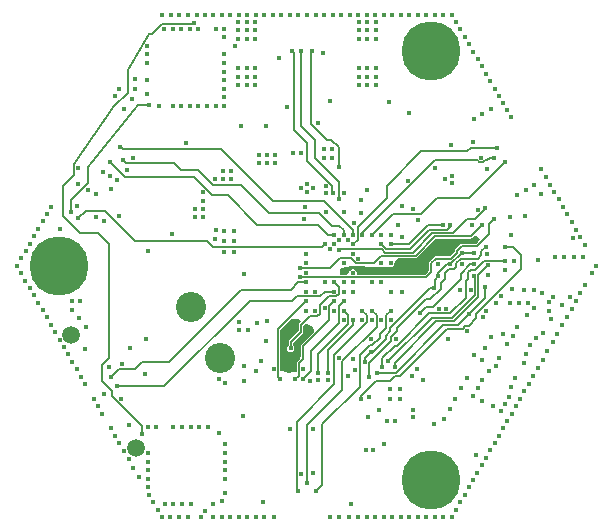
<source format=gbr>
%TF.GenerationSoftware,KiCad,Pcbnew,9.0.5*%
%TF.CreationDate,2025-10-19T17:26:29+02:00*%
%TF.ProjectId,PCB_PAPI,5043425f-5041-4504-992e-6b696361645f,rev?*%
%TF.SameCoordinates,Original*%
%TF.FileFunction,Copper,L3,Inr*%
%TF.FilePolarity,Positive*%
%FSLAX46Y46*%
G04 Gerber Fmt 4.6, Leading zero omitted, Abs format (unit mm)*
G04 Created by KiCad (PCBNEW 9.0.5) date 2025-10-19 17:26:29*
%MOMM*%
%LPD*%
G01*
G04 APERTURE LIST*
%TA.AperFunction,ComponentPad*%
%ADD10C,0.800000*%
%TD*%
%TA.AperFunction,ComponentPad*%
%ADD11C,5.000000*%
%TD*%
%TA.AperFunction,ComponentPad*%
%ADD12C,2.550000*%
%TD*%
%TA.AperFunction,ComponentPad*%
%ADD13C,1.500000*%
%TD*%
%TA.AperFunction,ViaPad*%
%ADD14C,0.400000*%
%TD*%
%TA.AperFunction,Conductor*%
%ADD15C,0.160000*%
%TD*%
G04 APERTURE END LIST*
D10*
%TO.N,GND*%
%TO.C,H1*%
X137625000Y-101186533D03*
X138174175Y-99860708D03*
X138174175Y-102512358D03*
X139500000Y-99311533D03*
D11*
X139500000Y-101186533D03*
D10*
X139500000Y-103061533D03*
X140825825Y-99860708D03*
X140825825Y-102512358D03*
X141375000Y-101186533D03*
%TD*%
%TO.N,GND*%
%TO.C,H3*%
X137625000Y-64813467D03*
X138174175Y-63487642D03*
X138174175Y-66139292D03*
X139500000Y-62938467D03*
D11*
X139500000Y-64813467D03*
D10*
X139500000Y-66688467D03*
X140825825Y-63487642D03*
X140825825Y-66139292D03*
X141375000Y-64813467D03*
%TD*%
%TO.N,GND*%
%TO.C,H2*%
X106125000Y-83000000D03*
X106674175Y-81674175D03*
X106674175Y-84325825D03*
X108000000Y-81125000D03*
D11*
X108000000Y-83000000D03*
D10*
X108000000Y-84875000D03*
X109325825Y-81674175D03*
X109325825Y-84325825D03*
X109875000Y-83000000D03*
%TD*%
D12*
%TO.N,VBAT+*%
%TO.C,J3*%
X119173647Y-86476918D03*
%TO.N,GND*%
X121673647Y-90807046D03*
D13*
X114513393Y-98405122D03*
X109013393Y-88878842D03*
%TD*%
D14*
%TO.N,GND*%
X133300000Y-82410000D03*
X131120000Y-73860000D03*
X130450000Y-73880000D03*
X130910000Y-81630000D03*
X132470000Y-80820000D03*
X137550000Y-75790000D03*
%TO.N,+3.3V*%
X128500000Y-73490000D03*
X127800000Y-73490000D03*
%TO.N,GND*%
X115580000Y-81760000D03*
X117570000Y-80310000D03*
X111810000Y-93830000D03*
X113290000Y-94250000D03*
X115304955Y-92164248D03*
%TO.N,Net-(U1-BOOT0)*%
X125130000Y-91100000D03*
%TO.N,GND*%
X135890000Y-91090000D03*
X135800000Y-96140000D03*
X139740000Y-96420000D03*
X143830000Y-94450000D03*
X144710000Y-94890000D03*
X145420000Y-95270000D03*
X143060000Y-94000000D03*
X143470000Y-93350000D03*
X143850000Y-92710000D03*
X144420000Y-91920000D03*
X144970000Y-91490000D03*
X146300000Y-93290000D03*
X146070000Y-94150000D03*
X145730000Y-94680000D03*
X138840000Y-92690000D03*
X138300000Y-91710000D03*
X140970000Y-89180000D03*
X139870000Y-74730000D03*
X141200000Y-72760000D03*
X144080000Y-78130000D03*
X143080000Y-72520000D03*
X126630000Y-65380000D03*
X130360000Y-64990000D03*
X114480000Y-68040000D03*
X109640000Y-74760000D03*
X112450000Y-76480000D03*
X123275000Y-88450000D03*
X123275000Y-87750000D03*
X123975000Y-88450000D03*
X128990000Y-88470000D03*
X127000000Y-88720000D03*
X127570000Y-87950000D03*
X125620000Y-87700000D03*
X128760000Y-79060000D03*
X128850000Y-78060000D03*
X133000000Y-79390000D03*
X136700000Y-79540000D03*
X137040000Y-80550000D03*
X137270000Y-82740000D03*
X136780000Y-83530000D03*
X137050000Y-85240000D03*
X139740000Y-84920000D03*
X144042500Y-84800000D03*
X151270000Y-85640000D03*
X150560000Y-86290000D03*
X149860000Y-85670000D03*
X147490000Y-78810000D03*
X138420000Y-79110000D03*
X130600000Y-76230000D03*
X130450000Y-73140000D03*
X131110000Y-73150000D03*
X111800000Y-79200000D03*
X125625000Y-73600000D03*
X126114000Y-61750808D03*
X123400000Y-71200000D03*
X142120000Y-80900000D03*
X148850000Y-74850000D03*
X133050000Y-91860000D03*
X117690000Y-103205000D03*
X133410000Y-67005000D03*
X143075000Y-101143648D03*
X139102000Y-104270000D03*
X144970000Y-86150000D03*
X133593705Y-77407982D03*
X109500000Y-91764593D03*
X149218000Y-75506756D03*
X123630000Y-92770000D03*
X128690000Y-91740000D03*
X142353000Y-102394189D03*
X141992000Y-103019459D03*
X137666000Y-61750808D03*
X152150000Y-80600000D03*
X118164000Y-104270000D03*
X113500000Y-69750000D03*
X114750000Y-100850000D03*
X139832000Y-61750808D03*
X133893701Y-91193701D03*
X106983000Y-78632299D03*
X144886000Y-68003512D03*
X123948000Y-61750808D03*
X151800000Y-79950000D03*
X140120000Y-83900000D03*
X117450000Y-61750808D03*
X122504000Y-61750808D03*
X129724000Y-61750808D03*
X146390000Y-85000000D03*
X133410000Y-62375000D03*
X124590000Y-67005000D03*
X110944000Y-94265674D03*
X133410000Y-63075000D03*
X116965000Y-103205000D03*
X141637000Y-62376079D03*
X146750000Y-88200000D03*
X146950000Y-86150000D03*
X144519000Y-98642567D03*
X120590000Y-96680000D03*
X120540000Y-69470000D03*
X146450000Y-88950000D03*
X130650000Y-76850000D03*
X121052000Y-104270000D03*
X147550000Y-90450000D03*
X123890000Y-63075000D03*
X147407000Y-93640404D03*
X111666000Y-95516215D03*
X118415000Y-96680000D03*
X149450000Y-86100000D03*
X137900000Y-92375000D03*
X143436000Y-100518378D03*
X134810000Y-63775000D03*
X136222000Y-61750808D03*
X123226000Y-61750808D03*
X123190000Y-67705000D03*
X117640000Y-62945000D03*
X148560000Y-82480000D03*
X135300000Y-87600000D03*
X147750000Y-86150000D03*
X142550000Y-88500000D03*
X133700000Y-87600000D03*
X134110000Y-63075000D03*
X148250000Y-76200000D03*
X145963000Y-96141485D03*
X146650000Y-92500000D03*
X124670000Y-61750808D03*
X146550000Y-82642500D03*
X121782000Y-61750808D03*
X121265000Y-62945000D03*
X129900000Y-70950000D03*
X150301000Y-77382567D03*
X117640000Y-69470000D03*
X133334000Y-61750808D03*
X128280000Y-61750808D03*
X129525000Y-96800000D03*
X153450000Y-83000000D03*
X118750000Y-72600000D03*
X148900000Y-85350000D03*
X116915000Y-62945000D03*
X127530000Y-90690000D03*
X124662000Y-104270000D03*
X122850000Y-81800000D03*
X142120000Y-82900000D03*
X127600000Y-96800000D03*
X104817000Y-82383921D03*
X121990000Y-66570000D03*
X135492000Y-104270000D03*
X139824000Y-104270000D03*
X113330000Y-91320000D03*
X136053705Y-94247982D03*
X138014170Y-78200000D03*
X135500000Y-61750808D03*
X121990000Y-68020000D03*
X119090000Y-69470000D03*
X121774000Y-104270000D03*
X125625000Y-74300000D03*
X132612000Y-61750808D03*
X123630000Y-91530000D03*
X134810000Y-62375000D03*
X140120000Y-82900000D03*
X112388000Y-96766756D03*
X148550000Y-91650000D03*
X133588705Y-78527982D03*
X144550000Y-69700000D03*
X121060000Y-61750808D03*
X129002000Y-61750808D03*
X121990000Y-63670000D03*
X115465000Y-67300000D03*
X142714000Y-101768918D03*
X133410000Y-67705000D03*
X147577429Y-76575945D03*
X136936000Y-104270000D03*
X140120000Y-80900000D03*
X111150000Y-76950000D03*
X111305000Y-94890945D03*
X143797000Y-99893107D03*
X151400000Y-86700000D03*
X136853705Y-93447982D03*
X134770000Y-104270000D03*
X129280000Y-92740000D03*
X146324000Y-95516215D03*
X113120000Y-68002704D03*
X119815000Y-69470000D03*
X124590000Y-63075000D03*
X105529000Y-84886619D03*
X132100000Y-84400000D03*
X122850000Y-80950000D03*
X146800000Y-77000000D03*
X134810000Y-67705000D03*
X123890000Y-63775000D03*
X110228769Y-90072037D03*
X113953769Y-96523927D03*
X148150000Y-92350000D03*
X143442000Y-65502430D03*
X115515000Y-98855000D03*
X121040000Y-103210000D03*
X122040000Y-98855000D03*
X125250000Y-103050000D03*
X136853705Y-94247982D03*
X134056000Y-61750808D03*
X114300000Y-100100000D03*
X123890000Y-62375000D03*
X115998000Y-103019459D03*
X143120000Y-80900000D03*
X107695000Y-88638241D03*
X117690000Y-96680000D03*
X121950000Y-80100000D03*
X126325000Y-73600000D03*
X115465000Y-64395000D03*
X118415000Y-103205000D03*
X124660000Y-91910000D03*
X112230000Y-91610000D03*
X141120000Y-80900000D03*
X145241000Y-97392026D03*
X148200000Y-85100000D03*
X124590000Y-62375000D03*
X131700000Y-81650000D03*
X132900000Y-90925000D03*
X118886000Y-104270000D03*
X123190000Y-63075000D03*
X117442000Y-104270000D03*
X123890000Y-67705000D03*
X136053705Y-93447982D03*
X105168000Y-84261349D03*
X132093799Y-78425000D03*
X123190000Y-62375000D03*
X123675000Y-83725000D03*
X113500000Y-98700000D03*
X116730000Y-61750000D03*
X144158000Y-99267837D03*
X131168000Y-61750808D03*
X122496000Y-104270000D03*
X145450000Y-85550000D03*
X119815000Y-62945000D03*
X147046000Y-94265674D03*
X123890000Y-67005000D03*
X145950000Y-69800000D03*
X120338000Y-61750808D03*
X132525000Y-104275000D03*
X132130000Y-76840000D03*
X125500000Y-71200000D03*
X118900000Y-61750000D03*
X113110000Y-98017296D03*
X124925000Y-74300000D03*
X121990000Y-65120000D03*
X123190000Y-66305000D03*
X127300000Y-69600000D03*
X131890000Y-61750808D03*
X121950000Y-81800000D03*
X134110000Y-62375000D03*
X124590000Y-66305000D03*
X109861000Y-92389863D03*
X125540000Y-89380000D03*
X108417000Y-89888782D03*
X142720000Y-64251890D03*
X127570000Y-91620000D03*
X122040000Y-98130000D03*
X144525000Y-67378241D03*
X135510000Y-98080000D03*
X124590000Y-67705000D03*
X108778000Y-90514052D03*
X115515000Y-96680000D03*
X150200000Y-88750000D03*
X107344000Y-78007029D03*
X116440000Y-69480000D03*
X152150000Y-85350000D03*
X131700000Y-104275000D03*
X141120000Y-81900000D03*
X134100000Y-76600000D03*
X114222373Y-68913175D03*
X134810000Y-67005000D03*
X122040000Y-101030000D03*
X123560000Y-95710000D03*
X122050000Y-102230000D03*
X149350000Y-90200000D03*
X147900000Y-89750000D03*
X123940000Y-104270000D03*
X108056000Y-89263512D03*
X134400000Y-90300000D03*
X134110000Y-63775000D03*
X106251000Y-86137160D03*
X126836000Y-61750808D03*
X137658000Y-104270000D03*
X134250000Y-94100000D03*
X136480000Y-96140000D03*
X143120000Y-82900000D03*
X147400000Y-85100000D03*
X143120000Y-81900000D03*
X133326000Y-104270000D03*
X122850000Y-80100000D03*
X143081000Y-64877160D03*
X145602000Y-96766756D03*
X123190000Y-63775000D03*
X151400000Y-79300000D03*
X121520000Y-97150000D03*
X147600000Y-87150000D03*
X141120000Y-82900000D03*
X137625000Y-70100000D03*
X151000000Y-87350000D03*
X115465000Y-65845000D03*
X116359000Y-103644729D03*
X109600000Y-76100000D03*
X144069400Y-89932462D03*
X143313813Y-99006250D03*
X134110000Y-67005000D03*
X145300000Y-90850000D03*
X135925000Y-69127276D03*
X119160000Y-103210000D03*
X123190000Y-67005000D03*
X152500000Y-81250000D03*
X149579000Y-76132026D03*
X151800000Y-86000000D03*
X112749000Y-97392026D03*
X148950000Y-90950000D03*
X118365000Y-69470000D03*
X109139000Y-91139323D03*
X125392000Y-61750808D03*
X104807000Y-83636079D03*
X138388000Y-61750808D03*
X138380000Y-104270000D03*
X108130000Y-79860000D03*
X134110000Y-66305000D03*
X142754088Y-87060000D03*
X130500000Y-86550000D03*
X119090000Y-62945000D03*
X130920000Y-69090000D03*
X105539000Y-81133381D03*
X146300000Y-70400000D03*
X134778000Y-61750808D03*
X152550000Y-84650000D03*
X147400000Y-91250000D03*
X132700000Y-103150000D03*
X118172000Y-61750808D03*
X127558000Y-61750808D03*
X144164000Y-66752971D03*
X134200000Y-95840000D03*
X149450000Y-86850000D03*
X134900000Y-92075000D03*
X148350000Y-89100000D03*
X138600000Y-87000000D03*
X133410000Y-66305000D03*
X148950000Y-88700000D03*
X106973000Y-87387701D03*
X148200000Y-86600000D03*
X114420000Y-67180000D03*
X119650000Y-61750000D03*
X107334000Y-88012971D03*
X141276000Y-61750808D03*
X123218000Y-104270000D03*
X141998000Y-63001349D03*
X126325000Y-74300000D03*
X115510000Y-101710000D03*
X146685000Y-94890945D03*
X134110000Y-67705000D03*
X125384000Y-104270000D03*
X143120000Y-83900000D03*
X113900000Y-99400000D03*
X124590000Y-63775000D03*
X142359000Y-63626619D03*
X116240000Y-96680000D03*
X115460000Y-68470000D03*
X130975000Y-104275000D03*
X143100000Y-70550000D03*
X104446000Y-83010808D03*
X110422571Y-76579945D03*
X121990000Y-68745000D03*
X116720000Y-104270000D03*
X150662000Y-78007837D03*
X141631000Y-103644729D03*
X144880000Y-98017296D03*
X132100000Y-83600000D03*
X105890000Y-85511890D03*
X145250000Y-68600000D03*
X106612000Y-86762430D03*
X126170000Y-91747982D03*
X153100000Y-83650000D03*
X139110000Y-61750808D03*
X134810000Y-63075000D03*
X140546000Y-104270000D03*
X112759000Y-68627974D03*
X149800000Y-89450000D03*
X140120000Y-81900000D03*
X130446000Y-61750808D03*
X147768000Y-93015134D03*
X142120000Y-81900000D03*
X151023000Y-78633107D03*
X136214000Y-104270000D03*
X115465000Y-65120000D03*
X121990000Y-67295000D03*
X121990000Y-65845000D03*
X119140000Y-96680000D03*
X121810000Y-102960000D03*
X133410000Y-63775000D03*
X135120000Y-95190000D03*
X110222000Y-93015134D03*
X149700000Y-87500000D03*
X126200000Y-104275000D03*
X123890000Y-66305000D03*
X143852429Y-70124055D03*
X120000000Y-104250000D03*
X122040000Y-100305000D03*
X134810000Y-66305000D03*
X105178000Y-81758651D03*
X124925000Y-73600000D03*
X140554000Y-61750808D03*
X134048000Y-104270000D03*
X141270000Y-104270000D03*
X132100000Y-85200000D03*
X113100000Y-78810000D03*
X121990000Y-69470000D03*
X145950000Y-89600000D03*
X121990000Y-62945000D03*
X115637000Y-102394189D03*
X106622000Y-79257570D03*
X150600000Y-88050000D03*
X115510000Y-99600000D03*
X149940000Y-76757296D03*
X105900000Y-80508110D03*
X121265000Y-69470000D03*
X119865000Y-96680000D03*
X146150000Y-86150000D03*
X143803000Y-66127701D03*
X122040000Y-99580000D03*
X131740000Y-90800000D03*
X118365000Y-62945000D03*
X145600000Y-69200000D03*
X130591205Y-78467982D03*
X136944000Y-61750808D03*
X115515000Y-101030000D03*
X106261000Y-79882840D03*
X115515000Y-100305000D03*
X121950000Y-80950000D03*
%TO.N,+3.3V*%
X134450000Y-89250000D03*
X136550000Y-89250000D03*
X128503705Y-76397982D03*
X141250000Y-76000000D03*
X150800000Y-82275000D03*
X134600000Y-98600000D03*
X112950000Y-75750000D03*
X150000000Y-82275000D03*
X129500000Y-76400000D03*
X144185000Y-86850000D03*
X112300000Y-75400000D03*
X131300000Y-86800000D03*
X140775000Y-86650000D03*
X132900000Y-83600000D03*
X151600000Y-82275000D03*
X132900000Y-84400000D03*
X132900000Y-85200000D03*
X134000000Y-98600000D03*
X136100000Y-87600000D03*
X128980000Y-76097984D03*
X134500000Y-87600000D03*
X128980000Y-76760000D03*
X129700000Y-86800000D03*
X140700000Y-75700000D03*
X152400000Y-82275000D03*
X141250000Y-75400000D03*
X140207500Y-86650000D03*
X111700000Y-75050000D03*
X143925000Y-87375000D03*
%TO.N,/HP+*%
X140569400Y-95994640D03*
%TO.N,Net-(C7-Pad1)*%
X132100000Y-82800000D03*
%TO.N,/HP-*%
X141069400Y-95128614D03*
%TO.N,Net-(C10-Pad1)*%
X132900000Y-82000000D03*
%TO.N,VBAT+*%
X124810000Y-87850000D03*
%TO.N,+5V*%
X120200000Y-77500000D03*
X114054955Y-89999184D03*
X119500000Y-78200000D03*
X115400000Y-89200000D03*
X120200000Y-78200000D03*
X120200000Y-76800000D03*
X120200000Y-78900000D03*
X119500000Y-78900000D03*
%TO.N,4.5V*%
X137950000Y-95800000D03*
X120340000Y-103730000D03*
X122600000Y-75700000D03*
X137950000Y-95250000D03*
X121200000Y-75700000D03*
X121900000Y-75700000D03*
X143800000Y-90950000D03*
X109502276Y-77962083D03*
X122075000Y-92940000D03*
X122600000Y-75000000D03*
X121590000Y-92580000D03*
X121900000Y-75000000D03*
X132500000Y-92300000D03*
X122910000Y-64440000D03*
X143150000Y-90550000D03*
%TO.N,/NRST*%
X131675000Y-74675000D03*
X129400000Y-64800000D03*
X132100000Y-87600000D03*
%TO.N,/GPIO_MOT1*%
X145100000Y-73000000D03*
X132900000Y-81200000D03*
%TO.N,/TX_MOT1*%
X134500000Y-80400000D03*
X145750000Y-74200000D03*
%TO.N,/RX_MOT1*%
X144849599Y-73849599D03*
X133700000Y-80400000D03*
%TO.N,/RX_MOT2*%
X129000000Y-101400000D03*
X134500000Y-86800000D03*
%TO.N,/TX_MOT2*%
X133700000Y-86800000D03*
X128200000Y-102050000D03*
%TO.N,/GPIO_MOT2*%
X129800000Y-102050000D03*
X136100000Y-86800000D03*
%TO.N,/GPIO_MOT3*%
X112300000Y-74200000D03*
X131300000Y-80400000D03*
%TO.N,/TX_MOT3*%
X113175000Y-72925000D03*
X132900000Y-80400000D03*
%TO.N,/RX_MOT3*%
X132100000Y-80400000D03*
X113433154Y-74016846D03*
%TO.N,/ESP32_TX*%
X141109144Y-79534697D03*
X135300000Y-81200000D03*
%TO.N,/ESP32_RX*%
X136100000Y-81200000D03*
X140516306Y-79550038D03*
%TO.N,/ACCEL_MOSI*%
X132100000Y-86000000D03*
X128650000Y-92600000D03*
%TO.N,Net-(IC5-INT2)*%
X129943705Y-92707982D03*
%TO.N,/ACCEL_MISO*%
X131300000Y-86000000D03*
X128000000Y-92600000D03*
%TO.N,Net-(IC5-INT1)*%
X130773705Y-92707982D03*
%TO.N,/ACCEL_CLK*%
X126750000Y-92626338D03*
X128900000Y-86000000D03*
%TO.N,/ACCEL_INT2*%
X129943705Y-92067982D03*
X132100000Y-86800000D03*
%TO.N,/ACCEL_INT1*%
X130773705Y-92067982D03*
X132900000Y-87600000D03*
%TO.N,/MOUSE_INT*%
X128900000Y-86800000D03*
X110300000Y-88175000D03*
%TO.N,/SWDIO*%
X127700000Y-64800000D03*
X131210000Y-76870000D03*
%TO.N,/SWCLK*%
X128500000Y-64800000D03*
X131730000Y-77330000D03*
%TO.N,/RX_LIDAR*%
X112900000Y-93200000D03*
X131300000Y-85200000D03*
%TO.N,/SDA_TOF1*%
X144250000Y-74850000D03*
X135300000Y-80400000D03*
%TO.N,/SDA_TOF3*%
X114300000Y-73900000D03*
X131700000Y-80800000D03*
%TO.N,/SCL_TOF1*%
X143750000Y-73850000D03*
X136100000Y-80400000D03*
%TO.N,/SDA_TOF2*%
X128900000Y-85200000D03*
X128500000Y-100600000D03*
%TO.N,/SDA_OLED*%
X136100000Y-82800000D03*
X145600000Y-88750000D03*
%TO.N,/LIDAR_PWM*%
X112400000Y-92450000D03*
X128900000Y-84400000D03*
%TO.N,/MOUSE_CS*%
X109087500Y-85987500D03*
X128900000Y-82000000D03*
%TO.N,/SCL_TOF2*%
X129500000Y-100550000D03*
X129700000Y-85200000D03*
%TO.N,/SCL_OLED*%
X144569400Y-89066436D03*
X135300000Y-82800000D03*
%TO.N,/SCL_TOF3*%
X113750000Y-74900000D03*
X131300000Y-81200000D03*
%TO.N,/MOUSE_MISO*%
X109100000Y-86725000D03*
X128900000Y-83600000D03*
%TO.N,/LED_TIM*%
X136100000Y-85200000D03*
X142569400Y-92530538D03*
%TO.N,/TX_SUP*%
X142069400Y-93396564D03*
X135300000Y-84400000D03*
%TO.N,/RX_SUP*%
X141569400Y-94262589D03*
X134500000Y-84400000D03*
%TO.N,Net-(IC8-~{OE})*%
X111147724Y-78912083D03*
%TO.N,Net-(U1-BOOT0)*%
X131300000Y-84400000D03*
X127620000Y-90000787D03*
%TO.N,Net-(IC8-Y)*%
X109000000Y-78450000D03*
X115600000Y-69420000D03*
%TO.N,Net-(LED2-DOUT)*%
X119400000Y-62450000D03*
X115040000Y-97292878D03*
%TO.N,Net-(U5-GPIO0)*%
X145800000Y-83400000D03*
%TO.N,RESET*%
X144350000Y-83800000D03*
%TO.N,/ESP32/mic_sck*%
X151525000Y-80675000D03*
%TO.N,/ESP32/mic_data*%
X146250000Y-80400000D03*
%TO.N,Net-(U5-GPIO3)*%
X144270000Y-82010000D03*
%TO.N,/ESP32/mic_frame_sck*%
X146150000Y-78850000D03*
%TO.N,/ESP32/BOOT1*%
X142850000Y-85100000D03*
%TO.N,Net-(U5-VDD_SPI)*%
X137039170Y-77950000D03*
%TO.N,/MOUSE_CLK*%
X128900000Y-82800000D03*
X109780000Y-85975000D03*
%TO.N,/MOUSE_MOSI*%
X130500000Y-84400000D03*
X109730000Y-87400000D03*
%TO.N,/ESP32/max_data*%
X144150000Y-81400000D03*
X134250000Y-92400000D03*
%TO.N,/ESP32/max_bit_clk*%
X135350000Y-91550000D03*
X145750000Y-82600000D03*
%TO.N,/RGB_TOM_JERRY*%
X109650000Y-79000000D03*
X130500000Y-81200000D03*
%TO.N,Net-(U5-GPIO45)*%
X141950000Y-85100000D03*
%TO.N,/ESP32/max_frame_clk*%
X136445361Y-91554639D03*
X144350000Y-82950000D03*
%TO.N,/ESP32/SD_FSPIQ*%
X121275000Y-79975000D03*
X143000000Y-79550000D03*
%TO.N,/ESP32/SD_FSPICLK*%
X121250000Y-80700000D03*
X143450000Y-78300000D03*
%TO.N,/ESP32/SD_FSPID*%
X128425000Y-83175000D03*
X143820000Y-79550000D03*
%TO.N,/ESP32/SD_FSPICS*%
X128450000Y-84000000D03*
X144850000Y-79050000D03*
%TO.N,/ESP32/max_gpio*%
X133600000Y-94250000D03*
X145800000Y-81400000D03*
%TO.N,Net-(MK2-LR)*%
X148800000Y-76900000D03*
%TD*%
D15*
%TO.N,/ESP32/SD_FSPID*%
X128431000Y-83181000D02*
X128425000Y-83175000D01*
X130959000Y-83181000D02*
X128431000Y-83181000D01*
X131780000Y-82360000D02*
X130959000Y-83181000D01*
X133130000Y-82800000D02*
X132690000Y-82360000D01*
X134660000Y-82800000D02*
X133130000Y-82800000D01*
X135310000Y-82150000D02*
X134660000Y-82800000D01*
X138200000Y-82150000D02*
X135310000Y-82150000D01*
X139830000Y-80520000D02*
X138200000Y-82150000D01*
X132690000Y-82360000D02*
X131780000Y-82360000D01*
X143820000Y-79550000D02*
X142850000Y-80520000D01*
X142850000Y-80520000D02*
X139830000Y-80520000D01*
%TO.N,GND*%
X139440000Y-84920000D02*
X139740000Y-84920000D01*
X135670000Y-88920000D02*
X136060000Y-88530000D01*
X136060000Y-88530000D02*
X136060000Y-88300000D01*
X134585000Y-90300000D02*
X135670000Y-89215000D01*
X136060000Y-88300000D02*
X139440000Y-84920000D01*
X134400000Y-90300000D02*
X134585000Y-90300000D01*
X135670000Y-89215000D02*
X135670000Y-88920000D01*
X133893701Y-91193701D02*
X133893701Y-90806299D01*
X133893701Y-90806299D02*
X134400000Y-90300000D01*
%TO.N,/ESP32/max_data*%
X134274701Y-91225299D02*
X134274701Y-92375299D01*
X136130000Y-89060000D02*
X136130000Y-89370000D01*
X136650000Y-88540000D02*
X136130000Y-89060000D01*
X134274701Y-92375299D02*
X134250000Y-92400000D01*
X136650000Y-88290000D02*
X136650000Y-88540000D01*
X139095000Y-85845000D02*
X136650000Y-88290000D01*
X139435000Y-85845000D02*
X139095000Y-85845000D01*
X140320000Y-84960000D02*
X139435000Y-85845000D01*
X140320000Y-84430000D02*
X140320000Y-84960000D01*
X140650000Y-84100000D02*
X140320000Y-84430000D01*
X140650000Y-83650000D02*
X140650000Y-84100000D01*
X141000000Y-83300000D02*
X140650000Y-83650000D01*
X136130000Y-89370000D02*
X134274701Y-91225299D01*
X141650000Y-83100000D02*
X141450000Y-83300000D01*
X141650000Y-82800000D02*
X141650000Y-83100000D01*
X142050000Y-82400000D02*
X141650000Y-82800000D01*
X141450000Y-83300000D02*
X141000000Y-83300000D01*
X143760000Y-82090000D02*
X143450000Y-82400000D01*
X143760000Y-81790000D02*
X143760000Y-82090000D01*
X144150000Y-81400000D02*
X143760000Y-81790000D01*
X143450000Y-82400000D02*
X142050000Y-82400000D01*
%TO.N,/GPIO_MOT2*%
X135700000Y-88270000D02*
X135700000Y-87200000D01*
X135150000Y-88820000D02*
X135700000Y-88270000D01*
X135150000Y-89100000D02*
X135150000Y-88820000D01*
X134500000Y-89750000D02*
X135150000Y-89100000D01*
X134300000Y-89750000D02*
X134500000Y-89750000D01*
X133450000Y-93250000D02*
X133450000Y-90600000D01*
X130300000Y-101550000D02*
X130300000Y-96400000D01*
X133450000Y-90600000D02*
X134300000Y-89750000D01*
X129800000Y-102050000D02*
X130300000Y-101550000D01*
X130300000Y-96400000D02*
X133450000Y-93250000D01*
X135700000Y-87200000D02*
X136100000Y-86800000D01*
%TO.N,GND*%
X139820000Y-84840000D02*
X139740000Y-84920000D01*
X139820000Y-84200000D02*
X139820000Y-84840000D01*
X140120000Y-83900000D02*
X139820000Y-84200000D01*
X140120000Y-83650000D02*
X140120000Y-83900000D01*
X140870000Y-82900000D02*
X140120000Y-83650000D01*
X141120000Y-82900000D02*
X140870000Y-82900000D01*
X142120000Y-81900000D02*
X141120000Y-82900000D01*
X143120000Y-81900000D02*
X142120000Y-81900000D01*
%TO.N,/RX_MOT2*%
X134900000Y-88200000D02*
X134900000Y-87200000D01*
X132000000Y-91100000D02*
X134900000Y-88200000D01*
X132000000Y-93530000D02*
X132000000Y-91100000D01*
X134900000Y-87200000D02*
X134500000Y-86800000D01*
X129000000Y-96530000D02*
X132000000Y-93530000D01*
X129000000Y-101400000D02*
X129000000Y-96530000D01*
%TO.N,Net-(LED2-DOUT)*%
X109250000Y-74368989D02*
X112700000Y-69460000D01*
%TO.N,Net-(IC8-Y)*%
X110480000Y-74610000D02*
X114730000Y-69420000D01*
%TO.N,Net-(LED2-DOUT)*%
X113820000Y-68340000D02*
X112700000Y-69460000D01*
X113820000Y-66453750D02*
X113820000Y-68340000D01*
X115874672Y-63365328D02*
X115603154Y-63365328D01*
X115603154Y-63365328D02*
X113820000Y-66453750D01*
X119350000Y-62500000D02*
X116740000Y-62500000D01*
X116740000Y-62500000D02*
X115874672Y-63365328D01*
X119400000Y-62450000D02*
X119350000Y-62500000D01*
%TO.N,Net-(IC8-Y)*%
X110480000Y-75970000D02*
X110480000Y-74610000D01*
X109000000Y-77450000D02*
X110480000Y-75970000D01*
X109000000Y-78450000D02*
X109000000Y-77450000D01*
%TO.N,/NRST*%
X131070000Y-72340000D02*
X131675000Y-72945000D01*
X129370000Y-71020000D02*
X130690000Y-72340000D01*
X131675000Y-72945000D02*
X131675000Y-74675000D01*
X129370000Y-64830000D02*
X129370000Y-71020000D01*
X129400000Y-64800000D02*
X129370000Y-64830000D01*
X130690000Y-72340000D02*
X131070000Y-72340000D01*
%TO.N,/SWDIO*%
X127900000Y-71510000D02*
X127900000Y-65000000D01*
X129030000Y-72640000D02*
X127900000Y-71510000D01*
X129030000Y-74110000D02*
X129030000Y-72640000D01*
X131150000Y-76230000D02*
X129030000Y-74110000D01*
X131150000Y-76810000D02*
X131150000Y-76230000D01*
X131210000Y-76870000D02*
X131150000Y-76810000D01*
X127900000Y-65000000D02*
X127700000Y-64800000D01*
%TO.N,/SWCLK*%
X129650000Y-72320000D02*
X128500000Y-71170000D01*
X129650000Y-73850000D02*
X129650000Y-72320000D01*
X128500000Y-71170000D02*
X128500000Y-64800000D01*
X131730000Y-75930000D02*
X129650000Y-73850000D01*
X131730000Y-77330000D02*
X131730000Y-75930000D01*
%TO.N,GND*%
X131731000Y-81619000D02*
X131700000Y-81650000D01*
X135329000Y-81619000D02*
X131731000Y-81619000D01*
X135599000Y-81889000D02*
X135329000Y-81619000D01*
X142580000Y-79040000D02*
X141380000Y-80240000D01*
X139610000Y-80240000D02*
X137961000Y-81889000D01*
X143248816Y-79040000D02*
X142580000Y-79040000D01*
X141380000Y-80240000D02*
X139610000Y-80240000D01*
X144080000Y-78208816D02*
X143248816Y-79040000D01*
X144080000Y-78130000D02*
X144080000Y-78208816D01*
X137961000Y-81889000D02*
X135599000Y-81889000D01*
%TO.N,/ESP32_RX*%
X137600000Y-81200000D02*
X136100000Y-81200000D01*
X139250000Y-79550000D02*
X137600000Y-81200000D01*
X140516268Y-79550000D02*
X139250000Y-79550000D01*
X140516306Y-79550038D02*
X140516268Y-79550000D01*
%TO.N,/ESP32_TX*%
X137744000Y-81581000D02*
X135681000Y-81581000D01*
X139365000Y-79960000D02*
X137744000Y-81581000D01*
X135681000Y-81581000D02*
X135300000Y-81200000D01*
X141100000Y-79720000D02*
X140860000Y-79960000D01*
X141100000Y-79700000D02*
X141100000Y-79720000D01*
X141109144Y-79690856D02*
X141100000Y-79700000D01*
X141109144Y-79534697D02*
X141109144Y-79690856D01*
X140860000Y-79960000D02*
X139365000Y-79960000D01*
%TO.N,GND*%
X139110000Y-86490000D02*
X138600000Y-87000000D01*
X142040000Y-84160000D02*
X139710000Y-86490000D01*
X142820000Y-82900000D02*
X142040000Y-83680000D01*
X142040000Y-83680000D02*
X142040000Y-84160000D01*
X143120000Y-82900000D02*
X142820000Y-82900000D01*
X139710000Y-86490000D02*
X139110000Y-86490000D01*
X144042500Y-85771588D02*
X144042500Y-84800000D01*
X142754088Y-87060000D02*
X144042500Y-85771588D01*
X141764088Y-88050000D02*
X142754088Y-87060000D01*
X136515000Y-92075000D02*
X140540000Y-88050000D01*
X134900000Y-92075000D02*
X136515000Y-92075000D01*
X140540000Y-88050000D02*
X141764088Y-88050000D01*
%TO.N,/ESP32/max_gpio*%
X133600000Y-94000000D02*
X133600000Y-94250000D01*
X134850000Y-92750000D02*
X133600000Y-94000000D01*
X136025000Y-92750000D02*
X134850000Y-92750000D01*
X136435000Y-92340000D02*
X136025000Y-92750000D01*
X136900000Y-92340000D02*
X136435000Y-92340000D01*
X140877500Y-88362500D02*
X136900000Y-92340000D01*
X142169000Y-88362500D02*
X140877500Y-88362500D01*
X142169000Y-88342184D02*
X142169000Y-88362500D01*
X142681000Y-88119000D02*
X142392184Y-88119000D01*
X143350000Y-87450000D02*
X142681000Y-88119000D01*
X143350000Y-87050000D02*
X143350000Y-87450000D01*
X147125000Y-83275000D02*
X143350000Y-87050000D01*
X142392184Y-88119000D02*
X142169000Y-88342184D01*
X147125000Y-82075000D02*
X147125000Y-83275000D01*
X146450000Y-81400000D02*
X147125000Y-82075000D01*
X145800000Y-81400000D02*
X146450000Y-81400000D01*
%TO.N,GND*%
X139590000Y-87390000D02*
X135890000Y-91090000D01*
X141290000Y-87390000D02*
X139590000Y-87390000D01*
X143231000Y-85449000D02*
X141290000Y-87390000D01*
X143120000Y-83900000D02*
X143231000Y-84011000D01*
X143231000Y-84011000D02*
X143231000Y-85449000D01*
%TO.N,/ESP32/max_bit_clk*%
X145719000Y-82569000D02*
X145750000Y-82600000D01*
X144031000Y-82569000D02*
X145719000Y-82569000D01*
X143250000Y-83350000D02*
X144031000Y-82569000D01*
X142850000Y-83350000D02*
X143250000Y-83350000D01*
X142650000Y-83550000D02*
X142850000Y-83350000D01*
X142650000Y-84111184D02*
X142650000Y-83550000D01*
X141085000Y-87040000D02*
X142425000Y-85700000D01*
X139335000Y-87040000D02*
X141085000Y-87040000D01*
X142425000Y-85700000D02*
X142425000Y-84336184D01*
X136600000Y-89775000D02*
X139335000Y-87040000D01*
X142425000Y-84336184D02*
X142650000Y-84111184D01*
X136425000Y-89775000D02*
X136600000Y-89775000D01*
X135350000Y-90850000D02*
X136425000Y-89775000D01*
X135350000Y-91550000D02*
X135350000Y-90850000D01*
%TO.N,/GPIO_MOT1*%
X135737500Y-76242500D02*
X138670000Y-73310000D01*
X133281000Y-79714000D02*
X135737500Y-77257500D01*
X142900000Y-73000000D02*
X145100000Y-73000000D01*
X133281000Y-80819000D02*
X133281000Y-79714000D01*
X135737500Y-77257500D02*
X135737500Y-76242500D01*
X142590000Y-73310000D02*
X142900000Y-73000000D01*
X132900000Y-81200000D02*
X133281000Y-80819000D01*
X138670000Y-73310000D02*
X142590000Y-73310000D01*
%TO.N,/RGB_TOM_JERRY*%
X111900000Y-78400000D02*
X110250000Y-78400000D01*
X114410000Y-80910000D02*
X111900000Y-78400000D01*
X130300000Y-81400000D02*
X121020000Y-81400000D01*
X120530000Y-80910000D02*
X114410000Y-80910000D01*
X130500000Y-81200000D02*
X130300000Y-81400000D01*
X121020000Y-81400000D02*
X120530000Y-80910000D01*
X110250000Y-78400000D02*
X109650000Y-79000000D01*
%TO.N,/RX_LIDAR*%
X112920000Y-93180000D02*
X112900000Y-93200000D01*
X116930000Y-93180000D02*
X112920000Y-93180000D01*
X124160000Y-85950000D02*
X116930000Y-93180000D01*
X127770000Y-85950000D02*
X124160000Y-85950000D01*
X129863816Y-85575000D02*
X129857816Y-85581000D01*
X128139000Y-85581000D02*
X127770000Y-85950000D01*
X130125000Y-85575000D02*
X129863816Y-85575000D01*
X129857816Y-85581000D02*
X128139000Y-85581000D01*
X130500000Y-85200000D02*
X130125000Y-85575000D01*
X131300000Y-85200000D02*
X130500000Y-85200000D01*
%TO.N,/LIDAR_PWM*%
X127620000Y-85050000D02*
X128270000Y-84400000D01*
X115050000Y-91130000D02*
X117320000Y-91130000D01*
X123400000Y-85050000D02*
X127620000Y-85050000D01*
X128270000Y-84400000D02*
X128900000Y-84400000D01*
X114450000Y-91730000D02*
X115050000Y-91130000D01*
X117320000Y-91130000D02*
X123400000Y-85050000D01*
X113120000Y-91730000D02*
X114450000Y-91730000D01*
X112400000Y-92450000D02*
X113120000Y-91730000D01*
%TO.N,/RX_MOT1*%
X144500401Y-73849599D02*
X144849599Y-73849599D01*
X144260000Y-74090000D02*
X144500401Y-73849599D01*
X143592184Y-74231000D02*
X143907816Y-74231000D01*
X144048816Y-74090000D02*
X144260000Y-74090000D01*
X133700000Y-80240000D02*
X139850000Y-74090000D01*
X143907816Y-74231000D02*
X144048816Y-74090000D01*
X133700000Y-80400000D02*
X133700000Y-80240000D01*
X139850000Y-74090000D02*
X143451184Y-74090000D01*
X143451184Y-74090000D02*
X143592184Y-74231000D01*
%TO.N,/ACCEL_MOSI*%
X129370000Y-91880000D02*
X128650000Y-92600000D01*
X129370000Y-90220000D02*
X129370000Y-91880000D01*
X131719000Y-87871000D02*
X129370000Y-90220000D01*
X131719000Y-86381000D02*
X131719000Y-87871000D01*
X132100000Y-86000000D02*
X131719000Y-86381000D01*
%TO.N,/ACCEL_MISO*%
X128660000Y-90910000D02*
X128300000Y-91270000D01*
X128300000Y-92300000D02*
X128000000Y-92600000D01*
X130900000Y-87570000D02*
X128660000Y-89810000D01*
X128660000Y-89810000D02*
X128660000Y-90910000D01*
X130900000Y-86400000D02*
X130900000Y-87570000D01*
X131300000Y-86000000D02*
X130900000Y-86400000D01*
X128300000Y-91270000D02*
X128300000Y-92300000D01*
%TO.N,/ACCEL_INT2*%
X129943705Y-90456295D02*
X129943705Y-92067982D01*
X132481000Y-87919000D02*
X129943705Y-90456295D01*
X132481000Y-87181000D02*
X132481000Y-87919000D01*
X132100000Y-86800000D02*
X132481000Y-87181000D01*
%TO.N,/ACCEL_INT1*%
X130773705Y-90136295D02*
X130773705Y-92067982D01*
X132900000Y-87600000D02*
X132900000Y-88010000D01*
X132900000Y-88010000D02*
X130773705Y-90136295D01*
%TO.N,Net-(U1-BOOT0)*%
X131681000Y-84781000D02*
X131300000Y-84400000D01*
X131681000Y-85357816D02*
X131681000Y-84781000D01*
X131457816Y-85581000D02*
X131681000Y-85357816D01*
X130869000Y-85581000D02*
X131457816Y-85581000D01*
X129880000Y-87260000D02*
X130090000Y-87050000D01*
X130090000Y-87050000D02*
X130090000Y-86360000D01*
X128500000Y-88600000D02*
X128500000Y-88010000D01*
X128500000Y-88010000D02*
X129250000Y-87260000D01*
X129250000Y-87260000D02*
X129880000Y-87260000D01*
X127620000Y-89480000D02*
X128500000Y-88600000D01*
X130090000Y-86360000D02*
X130869000Y-85581000D01*
X127620000Y-90000787D02*
X127620000Y-89480000D01*
%TO.N,/ACCEL_CLK*%
X126550000Y-92426338D02*
X126750000Y-92626338D01*
X128900000Y-86000000D02*
X126550000Y-88350000D01*
X126550000Y-88350000D02*
X126550000Y-92426338D01*
%TO.N,/ESP32/max_frame_clk*%
X141450000Y-87725000D02*
X139950000Y-87725000D01*
X139950000Y-87725000D02*
X136445361Y-91229639D01*
X136445361Y-91229639D02*
X136445361Y-91554639D01*
X143510000Y-85665000D02*
X141450000Y-87725000D01*
X143510000Y-83790000D02*
X143510000Y-85665000D01*
X144350000Y-82950000D02*
X143510000Y-83790000D01*
%TO.N,/TX_MOT1*%
X140050000Y-77250000D02*
X142700000Y-77250000D01*
X138690000Y-78610000D02*
X140050000Y-77250000D01*
X136290000Y-78610000D02*
X138690000Y-78610000D01*
X134500000Y-80400000D02*
X136290000Y-78610000D01*
X142700000Y-77250000D02*
X145750000Y-74200000D01*
%TO.N,/TX_MOT2*%
X133700000Y-86800000D02*
X134100000Y-87200000D01*
X128119000Y-101969000D02*
X128200000Y-102050000D01*
X134100000Y-87200000D02*
X134100000Y-87750000D01*
X128119000Y-96231000D02*
X128119000Y-101969000D01*
X131300000Y-93050000D02*
X128119000Y-96231000D01*
X134100000Y-87750000D02*
X131300000Y-90550000D01*
X131300000Y-90550000D02*
X131300000Y-93050000D01*
%TO.N,/GPIO_MOT3*%
X124800000Y-79550000D02*
X122300000Y-77050000D01*
X121000000Y-77050000D02*
X119450000Y-75500000D01*
X129900000Y-79550000D02*
X124800000Y-79550000D01*
X122300000Y-77050000D02*
X121000000Y-77050000D01*
X131300000Y-80400000D02*
X130750000Y-80400000D01*
X113600000Y-75500000D02*
X112300000Y-74200000D01*
X119450000Y-75500000D02*
X113600000Y-75500000D01*
X130750000Y-80400000D02*
X129900000Y-79550000D01*
%TO.N,/TX_MOT3*%
X121700000Y-73150000D02*
X113400000Y-73150000D01*
X132900000Y-80000000D02*
X130450000Y-77550000D01*
X132900000Y-80400000D02*
X132900000Y-80000000D01*
X113400000Y-73150000D02*
X113175000Y-72925000D01*
X130450000Y-77550000D02*
X126100000Y-77550000D01*
X126100000Y-77550000D02*
X121700000Y-73150000D01*
%TO.N,/RX_MOT3*%
X117750000Y-74300000D02*
X118375000Y-74925000D01*
X113433154Y-74016846D02*
X113716308Y-74300000D01*
X119775000Y-74925000D02*
X121050000Y-76200000D01*
X130000000Y-78550000D02*
X131100000Y-79650000D01*
X121050000Y-76200000D02*
X123450000Y-76200000D01*
X123450000Y-76200000D02*
X125800000Y-78550000D01*
X125800000Y-78550000D02*
X130000000Y-78550000D01*
X132100000Y-80000000D02*
X132100000Y-80400000D01*
X118375000Y-74925000D02*
X119775000Y-74925000D01*
X113716308Y-74300000D02*
X117750000Y-74300000D01*
X131100000Y-79650000D02*
X131750000Y-79650000D01*
X131750000Y-79650000D02*
X132100000Y-80000000D01*
%TO.N,Net-(U1-BOOT0)*%
X127620000Y-90000787D02*
X127610000Y-89990787D01*
%TO.N,Net-(IC8-Y)*%
X114730000Y-69420000D02*
X115600000Y-69420000D01*
%TO.N,Net-(LED2-DOUT)*%
X111650000Y-92750000D02*
X112500000Y-93600000D01*
X115040000Y-96610000D02*
X115040000Y-97292878D01*
X109250000Y-75323329D02*
X108350000Y-76223329D01*
X108350000Y-76223329D02*
X108350000Y-78800000D01*
X111300000Y-80200000D02*
X112250000Y-81150000D01*
X112500000Y-93600000D02*
X112500000Y-94070000D01*
X109750000Y-80200000D02*
X111300000Y-80200000D01*
X109250000Y-74368989D02*
X109250000Y-75323329D01*
X112250000Y-81150000D02*
X112250000Y-90800000D01*
X108350000Y-78800000D02*
X109750000Y-80200000D01*
X112500000Y-94070000D02*
X115040000Y-96610000D01*
X111650000Y-91400000D02*
X111650000Y-92750000D01*
X112250000Y-90800000D02*
X111650000Y-91400000D01*
%TO.N,/ESP32/SD_FSPICS*%
X141700000Y-81900000D02*
X141700000Y-81750000D01*
X143360000Y-81350000D02*
X144400000Y-80310000D01*
X144400000Y-79500000D02*
X144850000Y-79050000D01*
X139500000Y-82800000D02*
X139900000Y-82400000D01*
X139900000Y-82400000D02*
X141200000Y-82400000D01*
X128450000Y-84000000D02*
X139050000Y-84000000D01*
X139500000Y-83550000D02*
X139500000Y-82800000D01*
X141200000Y-82400000D02*
X141700000Y-81900000D01*
X144400000Y-80310000D02*
X144400000Y-79500000D01*
X139050000Y-84000000D02*
X139500000Y-83550000D01*
X141700000Y-81750000D02*
X142100000Y-81350000D01*
X142100000Y-81350000D02*
X143360000Y-81350000D01*
%TD*%
%TA.AperFunction,Conductor*%
%TO.N,GND*%
G36*
X127931497Y-87482189D02*
G01*
X128316884Y-87555597D01*
X128323457Y-87558190D01*
X128327676Y-87558157D01*
X128359896Y-87572566D01*
X128426264Y-87614483D01*
X128472433Y-87666925D01*
X128482921Y-87736003D01*
X128454398Y-87799785D01*
X128447730Y-87807004D01*
X128346978Y-87907756D01*
X128327549Y-87954658D01*
X128327550Y-87954659D01*
X128319500Y-87974096D01*
X128319500Y-88473872D01*
X128299815Y-88540911D01*
X128283181Y-88561553D01*
X127466980Y-89377753D01*
X127466978Y-89377756D01*
X127447549Y-89424658D01*
X127447550Y-89424659D01*
X127439500Y-89444096D01*
X127439500Y-89704954D01*
X127419815Y-89771993D01*
X127403181Y-89792635D01*
X127379541Y-89816274D01*
X127379535Y-89816282D01*
X127339982Y-89884791D01*
X127339979Y-89884796D01*
X127326326Y-89935749D01*
X127319500Y-89961225D01*
X127319500Y-90040349D01*
X127333152Y-90091300D01*
X127339979Y-90116777D01*
X127339982Y-90116782D01*
X127379535Y-90185291D01*
X127379539Y-90185296D01*
X127379540Y-90185298D01*
X127435489Y-90241247D01*
X127435491Y-90241248D01*
X127435495Y-90241251D01*
X127504004Y-90280804D01*
X127504011Y-90280808D01*
X127580438Y-90301287D01*
X127580440Y-90301287D01*
X127659560Y-90301287D01*
X127659562Y-90301287D01*
X127735989Y-90280808D01*
X127804511Y-90241247D01*
X127860460Y-90185298D01*
X127900021Y-90116776D01*
X127920500Y-90040349D01*
X127920500Y-89961225D01*
X127900021Y-89884798D01*
X127900002Y-89884765D01*
X127860464Y-89816282D01*
X127860458Y-89816274D01*
X127836819Y-89792635D01*
X127822115Y-89765707D01*
X127805523Y-89739889D01*
X127804631Y-89733688D01*
X127803334Y-89731312D01*
X127800500Y-89704954D01*
X127800500Y-89606128D01*
X127820185Y-89539089D01*
X127836819Y-89518447D01*
X127977513Y-89377753D01*
X128653021Y-88702245D01*
X128680500Y-88635903D01*
X128680500Y-88564097D01*
X128680500Y-88136127D01*
X128689144Y-88106686D01*
X128695668Y-88076700D01*
X128699422Y-88071684D01*
X128700185Y-88069088D01*
X128716814Y-88048451D01*
X128827859Y-87937406D01*
X128889180Y-87903923D01*
X128958872Y-87908907D01*
X128966836Y-87912198D01*
X129311994Y-88069088D01*
X129344510Y-88083868D01*
X129397395Y-88129529D01*
X129399874Y-88133537D01*
X129604309Y-88478521D01*
X129621552Y-88546230D01*
X129599451Y-88612512D01*
X129585314Y-88629418D01*
X128506980Y-89707753D01*
X128506978Y-89707756D01*
X128487549Y-89754658D01*
X128487550Y-89754659D01*
X128479500Y-89774096D01*
X128479500Y-90652978D01*
X128475583Y-90683898D01*
X128430192Y-90860181D01*
X128397791Y-90916942D01*
X128146978Y-91167756D01*
X128127549Y-91214658D01*
X128127550Y-91214659D01*
X128119500Y-91234096D01*
X128119500Y-91895748D01*
X128099815Y-91962787D01*
X128047011Y-92008542D01*
X128000945Y-92019628D01*
X127332632Y-92049005D01*
X127288480Y-92042929D01*
X126815793Y-91887616D01*
X126758248Y-91847988D01*
X126731262Y-91783540D01*
X126730500Y-91769812D01*
X126730500Y-88476128D01*
X126750185Y-88409089D01*
X126766819Y-88388447D01*
X127638947Y-87516319D01*
X127700270Y-87482834D01*
X127726628Y-87480000D01*
X127908296Y-87480000D01*
X127931497Y-87482189D01*
G37*
%TD.AperFunction*%
%TD*%
%TA.AperFunction,Conductor*%
%TO.N,GND*%
G36*
X143320500Y-80456013D02*
G01*
X143332966Y-80460847D01*
X143342892Y-80461189D01*
X143374474Y-80476944D01*
X143469033Y-80542408D01*
X143489101Y-80559752D01*
X143590493Y-80668385D01*
X143621845Y-80730826D01*
X143623448Y-80743107D01*
X143625413Y-80767676D01*
X143611136Y-80836072D01*
X143589490Y-80865243D01*
X143495194Y-80959540D01*
X143321551Y-81133182D01*
X143260231Y-81166666D01*
X143233872Y-81169500D01*
X142064095Y-81169500D01*
X141997755Y-81196980D01*
X141997753Y-81196981D01*
X141546981Y-81647752D01*
X141546977Y-81647758D01*
X141532278Y-81683246D01*
X141519500Y-81714092D01*
X141519500Y-81773871D01*
X141499815Y-81840910D01*
X141483181Y-81861552D01*
X141177643Y-82167089D01*
X141156539Y-82184019D01*
X141131254Y-82200111D01*
X141064677Y-82219500D01*
X139864095Y-82219500D01*
X139807315Y-82243020D01*
X139807314Y-82243019D01*
X139797755Y-82246979D01*
X139797752Y-82246981D01*
X139346980Y-82697752D01*
X139346979Y-82697754D01*
X139327549Y-82744658D01*
X139327550Y-82744659D01*
X139319500Y-82764096D01*
X139319500Y-83376783D01*
X139318913Y-83380310D01*
X139319381Y-83382204D01*
X139312836Y-83416886D01*
X139288386Y-83488423D01*
X139258731Y-83536001D01*
X139070704Y-83724028D01*
X139045504Y-83743455D01*
X138993105Y-83774022D01*
X138952208Y-83797879D01*
X138944101Y-83802608D01*
X138881620Y-83819500D01*
X133313885Y-83819500D01*
X133246846Y-83799815D01*
X133201091Y-83747011D01*
X133191147Y-83677853D01*
X133194108Y-83663413D01*
X133200500Y-83639562D01*
X133200500Y-83560438D01*
X133180021Y-83484011D01*
X133141267Y-83416886D01*
X133140464Y-83415495D01*
X133140458Y-83415487D01*
X133084512Y-83359541D01*
X133084504Y-83359535D01*
X133015995Y-83319982D01*
X133015990Y-83319979D01*
X132990513Y-83313152D01*
X132939562Y-83299500D01*
X132860438Y-83299500D01*
X132822224Y-83309739D01*
X132784009Y-83319979D01*
X132784004Y-83319982D01*
X132715495Y-83359535D01*
X132715491Y-83359538D01*
X132659539Y-83415489D01*
X132641065Y-83447487D01*
X132598461Y-83491217D01*
X132565959Y-83511130D01*
X132565956Y-83511133D01*
X132361173Y-83772057D01*
X132304298Y-83812641D01*
X132263628Y-83819500D01*
X131977444Y-83819500D01*
X131975697Y-83818987D01*
X131973939Y-83819450D01*
X131942306Y-83809182D01*
X131910405Y-83799815D01*
X131908663Y-83798262D01*
X131907483Y-83797879D01*
X131881473Y-83774022D01*
X131806938Y-83682924D01*
X131779721Y-83618573D01*
X131778947Y-83607470D01*
X131772460Y-83345347D01*
X131790480Y-83277843D01*
X131842136Y-83230796D01*
X131866516Y-83221941D01*
X132783058Y-82994209D01*
X132817442Y-82990632D01*
X135006004Y-83070000D01*
X135006016Y-83070000D01*
X135135153Y-83070000D01*
X135176099Y-83078144D01*
X135176161Y-83077917D01*
X135179634Y-83078847D01*
X135182602Y-83079438D01*
X135184003Y-83080018D01*
X135184008Y-83080019D01*
X135184011Y-83080021D01*
X135260438Y-83100500D01*
X135260440Y-83100500D01*
X135339560Y-83100500D01*
X135339562Y-83100500D01*
X135415989Y-83080021D01*
X135415992Y-83080018D01*
X135415996Y-83080018D01*
X135417398Y-83079438D01*
X135420365Y-83078847D01*
X135423839Y-83077917D01*
X135423900Y-83078144D01*
X135464847Y-83070000D01*
X135935153Y-83070000D01*
X135976099Y-83078144D01*
X135976161Y-83077917D01*
X135979634Y-83078847D01*
X135982602Y-83079438D01*
X135984003Y-83080018D01*
X135984008Y-83080019D01*
X135984011Y-83080021D01*
X136060438Y-83100500D01*
X136060440Y-83100500D01*
X136139560Y-83100500D01*
X136139562Y-83100500D01*
X136215989Y-83080021D01*
X136233346Y-83070000D01*
X136284979Y-83070000D01*
X136315173Y-83009797D01*
X136340460Y-82984511D01*
X136380021Y-82915989D01*
X136397167Y-82851997D01*
X136406095Y-82828518D01*
X136621569Y-82398906D01*
X136669220Y-82347808D01*
X136732409Y-82330500D01*
X138235904Y-82330500D01*
X138255334Y-82322451D01*
X138302245Y-82303021D01*
X139868447Y-80736819D01*
X139929770Y-80703334D01*
X139956128Y-80700500D01*
X142885904Y-80700500D01*
X142905334Y-80692451D01*
X142952245Y-80673021D01*
X143143836Y-80481429D01*
X143205153Y-80447948D01*
X143248111Y-80446231D01*
X143320500Y-80456013D01*
G37*
%TD.AperFunction*%
%TD*%
M02*

</source>
